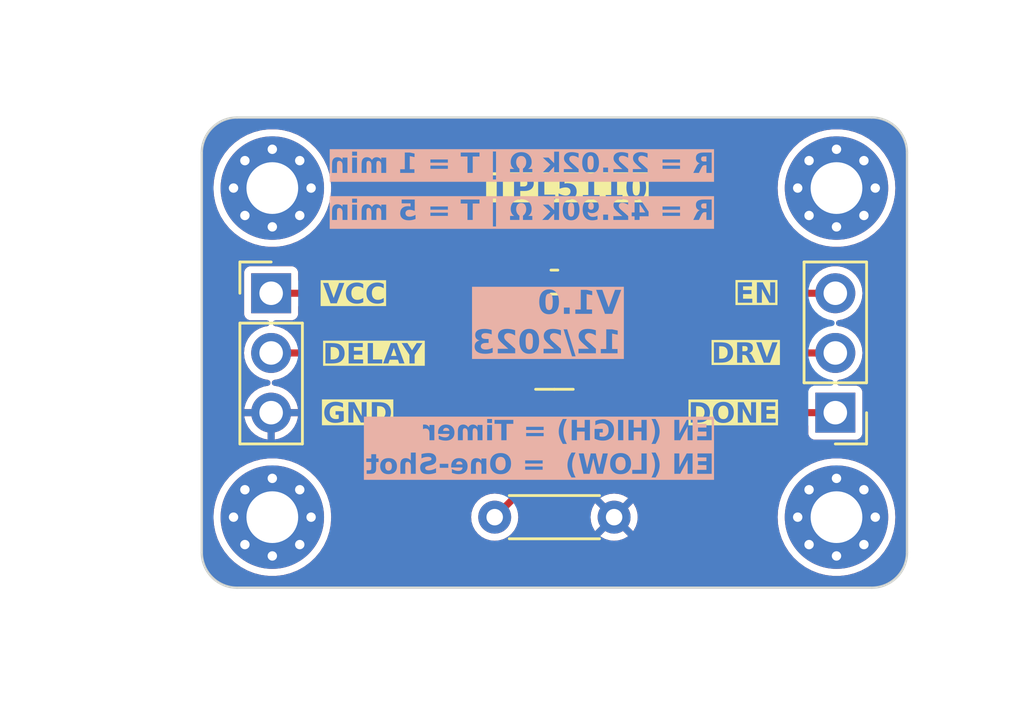
<source format=kicad_pcb>
(kicad_pcb (version 20221018) (generator pcbnew)
  (layers (0 "F.Cu" signal) (31 "B.Cu" signal) (34 "B.Paste" user) (35 "F.Paste" user) (36 "B.SilkS" user "B.Silkscreen") (37 "F.SilkS" user "F.Silkscreen") (38 "B.Mask" user) (39 "F.Mask" user) (44 "Edge.Cuts" user))
  (net 0 "")
  (net 1 "GND")
  (net 2 "VCC")
  (net 3 "/DELAY")
  (net 4 "/DONE")
  (net 5 "/DRV")
  (net 6 "/EN{slash}ONE_SHOT")
  (footprint "MountingHole:MountingHole_2.2mm_M2_Pad_Via" (layer "F.Cu") (at 157 103.000274)
    (fp_text reference "REF**" hide)
    (fp_text value "MountingHole_2.2mm_M2_Pad_Via" hide)
    (pad "1" thru_hole circle (at -1.65 0) (size 0.7 0.7) (drill 0.4) (layers "*.Cu" "*.Mask"))
    (pad "1" thru_hole circle (at -1.166726 -1.166726) (size 0.7 0.7) (drill 0.4) (layers "*.Cu" "*.Mask"))
    (pad "1" thru_hole circle (at -1.166726 1.166726) (size 0.7 0.7) (drill 0.4) (layers "*.Cu" "*.Mask"))
    (pad "1" thru_hole circle (at 0 -1.65) (size 0.7 0.7) (drill 0.4) (layers "*.Cu" "*.Mask"))
    (pad "1" thru_hole circle (at 0 0) (size 4.4 4.4) (drill 2.2) (layers "*.Cu" "*.Mask"))
    (pad "1" thru_hole circle (at 0 1.65) (size 0.7 0.7) (drill 0.4) (layers "*.Cu" "*.Mask"))
    (pad "1" thru_hole circle (at 1.166726 -1.166726) (size 0.7 0.7) (drill 0.4) (layers "*.Cu" "*.Mask"))
    (pad "1" thru_hole circle (at 1.166726 1.166726) (size 0.7 0.7) (drill 0.4) (layers "*.Cu" "*.Mask"))
    (pad "1" thru_hole circle (at 1.65 0) (size 0.7 0.7) (drill 0.4) (layers "*.Cu" "*.Mask"))
  )
  (footprint "Capacitor_SMD:C_0603_1608Metric_Pad1.08x0.95mm_HandSolder" (layer "F.Cu") (at 145 107 180)
    (fp_text reference "C1" hide)
    (fp_text value "0.1 uF" hide)
    (fp_line (start -0.146267 -0.51) (end 0.146267 -0.51) (stroke (width 0.12)) (layer "F.SilkS"))
    (fp_line (start -0.146267 0.51) (end 0.146267 0.51) (stroke (width 0.12)) (layer "F.SilkS"))
    (pad "1" smd roundrect (at -0.8625 0 180) (size 1.075 0.95) (layers "F.Cu" "F.Paste" "F.Mask") (net 1 "GND"))
    (pad "2" smd roundrect (at 0.8625 0 180) (size 1.075 0.95) (layers "F.Cu" "F.Paste" "F.Mask") (net 2 "VCC"))
  )
  (footprint "Package_TO_SOT_SMD:SOT-23-6" (layer "F.Cu") (at 145.0005 110)
    (fp_text reference "U1" hide)
    (fp_text value "TPL5110" hide)
    (fp_line (start 0 -1.56) (end -1.8 -1.56) (stroke (width 0.12)) (layer "F.SilkS"))
    (fp_line (start 0 -1.56) (end 0.8 -1.56) (stroke (width 0.12)) (layer "F.SilkS"))
    (fp_line (start 0 1.56) (end -0.8 1.56) (stroke (width 0.12)) (layer "F.SilkS"))
    (fp_line (start 0 1.56) (end 0.8 1.56) (stroke (width 0.12)) (layer "F.SilkS"))
    (pad "1" smd roundrect (at -1.1375 -0.95) (size 1.325 0.6) (layers "F.Cu" "F.Paste" "F.Mask") (net 2 "VCC"))
    (pad "2" smd roundrect (at -1.1375 0) (size 1.325 0.6) (layers "F.Cu" "F.Paste" "F.Mask") (net 1 "GND"))
    (pad "3" smd roundrect (at -1.1375 0.95) (size 1.325 0.6) (layers "F.Cu" "F.Paste" "F.Mask") (net 3 "/DELAY"))
    (pad "4" smd roundrect (at 1.1375 0.95) (size 1.325 0.6) (layers "F.Cu" "F.Paste" "F.Mask") (net 4 "/DONE"))
    (pad "5" smd roundrect (at 1.1375 0) (size 1.325 0.6) (layers "F.Cu" "F.Paste" "F.Mask") (net 5 "/DRV"))
    (pad "6" smd roundrect (at 1.1375 -0.95) (size 1.325 0.6) (layers "F.Cu" "F.Paste" "F.Mask") (net 6 "/EN{slash}ONE_SHOT"))
  )
  (footprint "MountingHole:MountingHole_2.2mm_M2_Pad_Via" (layer "F.Cu") (at 133 103.000274)
    (fp_text reference "REF**" hide)
    (fp_text value "MountingHole_2.2mm_M2_Pad_Via" hide)
    (pad "1" thru_hole circle (at -1.65 0) (size 0.7 0.7) (drill 0.4) (layers "*.Cu" "*.Mask"))
    (pad "1" thru_hole circle (at -1.166726 -1.166726) (size 0.7 0.7) (drill 0.4) (layers "*.Cu" "*.Mask"))
    (pad "1" thru_hole circle (at -1.166726 1.166726) (size 0.7 0.7) (drill 0.4) (layers "*.Cu" "*.Mask"))
    (pad "1" thru_hole circle (at 0 -1.65) (size 0.7 0.7) (drill 0.4) (layers "*.Cu" "*.Mask"))
    (pad "1" thru_hole circle (at 0 0) (size 4.4 4.4) (drill 2.2) (layers "*.Cu" "*.Mask"))
    (pad "1" thru_hole circle (at 0 1.65) (size 0.7 0.7) (drill 0.4) (layers "*.Cu" "*.Mask"))
    (pad "1" thru_hole circle (at 1.166726 -1.166726) (size 0.7 0.7) (drill 0.4) (layers "*.Cu" "*.Mask"))
    (pad "1" thru_hole circle (at 1.166726 1.166726) (size 0.7 0.7) (drill 0.4) (layers "*.Cu" "*.Mask"))
    (pad "1" thru_hole circle (at 1.65 0) (size 0.7 0.7) (drill 0.4) (layers "*.Cu" "*.Mask"))
  )
  (footprint "Connector_PinHeader_2.54mm:PinHeader_1x03_P2.54mm_Vertical" (layer "F.Cu") (at 156.95 112.555 180)
    (fp_text reference "J2" hide)
    (fp_text value "CONN_Right" hide)
    (fp_line (start -1.33 -1.33) (end 0 -1.33) (stroke (width 0.12)) (layer "F.SilkS"))
    (fp_line (start -1.33 0) (end -1.33 -1.33) (stroke (width 0.12)) (layer "F.SilkS"))
    (fp_line (start -1.33 1.27) (end -1.33 6.41) (stroke (width 0.12)) (layer "F.SilkS"))
    (fp_line (start -1.33 1.27) (end 1.33 1.27) (stroke (width 0.12)) (layer "F.SilkS"))
    (fp_line (start -1.33 6.41) (end 1.33 6.41) (stroke (width 0.12)) (layer "F.SilkS"))
    (fp_line (start 1.33 1.27) (end 1.33 6.41) (stroke (width 0.12)) (layer "F.SilkS"))
    (pad "1" thru_hole rect (at 0 0 180) (size 1.7 1.7) (drill 1) (layers "*.Cu" "*.Mask") (net 4 "/DONE"))
    (pad "2" thru_hole oval (at 0 2.54 180) (size 1.7 1.7) (drill 1) (layers "*.Cu" "*.Mask") (net 5 "/DRV"))
    (pad "3" thru_hole oval (at 0 5.08 180) (size 1.7 1.7) (drill 1) (layers "*.Cu" "*.Mask") (net 6 "/EN{slash}ONE_SHOT"))
  )
  (footprint "Resistor_THT:R_Axial_DIN0204_L3.6mm_D1.6mm_P5.08mm_Horizontal" (layer "F.Cu") (at 147.54 117 180)
    (fp_text reference "R1" hide)
    (fp_text value "R" hide)
    (fp_line (start 0.62 -0.92) (end 4.46 -0.92) (stroke (width 0.12)) (layer "F.SilkS"))
    (fp_line (start 0.62 0.92) (end 4.46 0.92) (stroke (width 0.12)) (layer "F.SilkS"))
    (pad "1" thru_hole circle (at 0 0 180) (size 1.4 1.4) (drill 0.7) (layers "*.Cu" "*.Mask") (net 1 "GND"))
    (pad "2" thru_hole oval (at 5.08 0 180) (size 1.4 1.4) (drill 0.7) (layers "*.Cu" "*.Mask") (net 3 "/DELAY"))
  )
  (footprint "MountingHole:MountingHole_2.2mm_M2_Pad_Via" (layer "F.Cu") (at 133 117)
    (fp_text reference "REF**" hide)
    (fp_text value "MountingHole_2.2mm_M2_Pad_Via" hide)
    (pad "1" thru_hole circle (at -1.65 0) (size 0.7 0.7) (drill 0.4) (layers "*.Cu" "*.Mask"))
    (pad "1" thru_hole circle (at -1.166726 -1.166726) (size 0.7 0.7) (drill 0.4) (layers "*.Cu" "*.Mask"))
    (pad "1" thru_hole circle (at -1.166726 1.166726) (size 0.7 0.7) (drill 0.4) (layers "*.Cu" "*.Mask"))
    (pad "1" thru_hole circle (at 0 -1.65) (size 0.7 0.7) (drill 0.4) (layers "*.Cu" "*.Mask"))
    (pad "1" thru_hole circle (at 0 0) (size 4.4 4.4) (drill 2.2) (layers "*.Cu" "*.Mask"))
    (pad "1" thru_hole circle (at 0 1.65) (size 0.7 0.7) (drill 0.4) (layers "*.Cu" "*.Mask"))
    (pad "1" thru_hole circle (at 1.166726 -1.166726) (size 0.7 0.7) (drill 0.4) (layers "*.Cu" "*.Mask"))
    (pad "1" thru_hole circle (at 1.166726 1.166726) (size 0.7 0.7) (drill 0.4) (layers "*.Cu" "*.Mask"))
    (pad "1" thru_hole circle (at 1.65 0) (size 0.7 0.7) (drill 0.4) (layers "*.Cu" "*.Mask"))
  )
  (footprint "Connector_PinHeader_2.54mm:PinHeader_1x03_P2.54mm_Vertical" (layer "F.Cu") (at 132.95 107.475)
    (fp_text reference "J1" hide)
    (fp_text value "CONN_Left" hide)
    (fp_line (start -1.33 -1.33) (end 0 -1.33) (stroke (width 0.12)) (layer "F.SilkS"))
    (fp_line (start -1.33 0) (end -1.33 -1.33) (stroke (width 0.12)) (layer "F.SilkS"))
    (fp_line (start -1.33 1.27) (end -1.33 6.41) (stroke (width 0.12)) (layer "F.SilkS"))
    (fp_line (start -1.33 1.27) (end 1.33 1.27) (stroke (width 0.12)) (layer "F.SilkS"))
    (fp_line (start -1.33 6.41) (end 1.33 6.41) (stroke (width 0.12)) (layer "F.SilkS"))
    (fp_line (start 1.33 1.27) (end 1.33 6.41) (stroke (width 0.12)) (layer "F.SilkS"))
    (pad "1" thru_hole rect (at 0 0) (size 1.7 1.7) (drill 1) (layers "*.Cu" "*.Mask") (net 2 "VCC"))
    (pad "2" thru_hole oval (at 0 2.54) (size 1.7 1.7) (drill 1) (layers "*.Cu" "*.Mask") (net 3 "/DELAY"))
    (pad "3" thru_hole oval (at 0 5.08) (size 1.7 1.7) (drill 1) (layers "*.Cu" "*.Mask") (net 1 "GND"))
  )
  (footprint "MountingHole:MountingHole_2.2mm_M2_Pad_Via" (layer "F.Cu") (at 157 117)
    (fp_text reference "REF**" hide)
    (fp_text value "MountingHole_2.2mm_M2_Pad_Via" hide)
    (pad "1" thru_hole circle (at -1.65 0) (size 0.7 0.7) (drill 0.4) (layers "*.Cu" "*.Mask"))
    (pad "1" thru_hole circle (at -1.166726 -1.166726) (size 0.7 0.7) (drill 0.4) (layers "*.Cu" "*.Mask"))
    (pad "1" thru_hole circle (at -1.166726 1.166726) (size 0.7 0.7) (drill 0.4) (layers "*.Cu" "*.Mask"))
    (pad "1" thru_hole circle (at 0 -1.65) (size 0.7 0.7) (drill 0.4) (layers "*.Cu" "*.Mask"))
    (pad "1" thru_hole circle (at 0 0) (size 4.4 4.4) (drill 2.2) (layers "*.Cu" "*.Mask"))
    (pad "1" thru_hole circle (at 0 1.65) (size 0.7 0.7) (drill 0.4) (layers "*.Cu" "*.Mask"))
    (pad "1" thru_hole circle (at 1.166726 -1.166726) (size 0.7 0.7) (drill 0.4) (layers "*.Cu" "*.Mask"))
    (pad "1" thru_hole circle (at 1.166726 1.166726) (size 0.7 0.7) (drill 0.4) (layers "*.Cu" "*.Mask"))
    (pad "1" thru_hole circle (at 1.65 0) (size 0.7 0.7) (drill 0.4) (layers "*.Cu" "*.Mask"))
  )
  (gr_line (start 131.5 120) (end 158.5 120) (stroke (width 0.1)) (layer "Edge.Cuts"))
  (gr_line (start 158.5 100) (end 131.5 100) (stroke (width 0.1)) (layer "Edge.Cuts"))
  (gr_arc (start 131.5 120) (mid 130.43934 119.56066) (end 130 118.5) (stroke (width 0.1)) (layer "Edge.Cuts"))
  (gr_line (start 160 118.5) (end 160 101.5) (stroke (width 0.1)) (layer "Edge.Cuts"))
  (gr_arc (start 160 118.5) (mid 159.56066 119.56066) (end 158.5 120) (stroke (width 0.1)) (layer "Edge.Cuts"))
  (gr_arc (start 158.5 100) (mid 159.56066 100.43934) (end 160 101.5) (stroke (width 0.1)) (layer "Edge.Cuts"))
  (gr_arc (start 130 101.5) (mid 130.43934 100.43934) (end 131.5 100) (stroke (width 0.1)) (layer "Edge.Cuts"))
  (gr_line (start 130 101.5) (end 130 118.5) (stroke (width 0.1)) (layer "Edge.Cuts"))
  (gr_text "R = 42.90k Ω | T = 5 min " (at 151.8 104.5) (layer "B.SilkS" knockout) (effects (font (size 0.85 0.85) (thickness 0.2) bold) (justify left bottom mirror)))
  (gr_text "EN (HIGH) = Timer\nEN (LOW)  = One-Shot" (at 151.8 115.3) (layer "B.SilkS" knockout) (effects (font (size 0.85 0.85) (thickness 0.2) bold) (justify left bottom mirror)))
  (gr_text "V1.0\n12/2023" (at 147.85 110.2) (layer "B.SilkS" knockout) (effects (font (size 1 1) (thickness 0.2) bold) (justify left bottom mirror)))
  (gr_text "R = 22.02k Ω | T = 1 min" (at 151.8 102.5) (layer "B.SilkS" knockout) (effects (font (size 0.85 0.85) (thickness 0.2) bold) (justify left bottom mirror)))
  (gr_text "DRV" (at 154.5 110.075) (layer "F.SilkS" knockout) (effects (font (size 0.85 0.85) (thickness 0.2) bold italic) (justify right)))
  (gr_text "TPL5110" (at 142.2 103.65) (layer "F.SilkS" knockout) (effects (font (size 1 1) (thickness 0.2) bold) (justify left bottom)))
  (gr_text "VCC" (at 135.15 107.550115) (layer "F.SilkS" knockout) (effects (font (size 0.85 0.85) (thickness 0.2) bold italic) (justify left)))
  (gr_text "GND" (at 135.15 112.621939) (layer "F.SilkS" knockout) (effects (font (size 0.85 0.85) (thickness 0.2) bold italic) (justify left)))
  (gr_text "EN" (at 154.5 107.525) (layer "F.SilkS" knockout) (effects (font (size 0.85 0.85) (thickness 0.2) bold italic) (justify right)))
  (gr_text "DELAY" (at 135.15 110.107926) (layer "F.SilkS" knockout) (effects (font (size 0.85 0.85) (thickness 0.2) bold italic) (justify left)))
  (gr_text "DONE" (at 154.5 112.625) (layer "F.SilkS" knockout) (effects (font (size 0.85 0.85) (thickness 0.2) bold italic) (justify right)))
  (segment (start 137.25 109.05) (end 143.863 109.05) (width 0.3) (layer "F.Cu") (net 2))
  (segment (start 132.95 107.475) (end 135.675 107.475) (width 0.3) (layer "F.Cu") (net 2))
  (segment (start 143.863 109.05) (end 143.863 107.2745) (width 0.3) (layer "F.Cu") (net 2))
  (segment (start 143.863 107.2745) (end 144.1375 107) (width 0.3) (layer "F.Cu") (net 2))
  (segment (start 135.675 107.475) (end 137.25 109.05) (width 0.3) (layer "F.Cu") (net 2))
  (segment (start 132.95 110.015) (end 136.215 110.015) (width 0.3) (layer "F.Cu") (net 3))
  (segment (start 142.46 117) (end 144 115.46) (width 0.3) (layer "F.Cu") (net 3))
  (segment (start 136.215 110.015) (end 137.15 110.95) (width 0.3) (layer "F.Cu") (net 3))
  (segment (start 144 115.46) (end 144 111.087) (width 0.3) (layer "F.Cu") (net 3))
  (segment (start 137.15 110.95) (end 143.863 110.95) (width 0.3) (layer "F.Cu") (net 3))
  (segment (start 153.555 112.555) (end 156.95 112.555) (width 0.3) (layer "F.Cu") (net 4))
  (segment (start 146.138 110.95) (end 146.188 110.9) (width 0.3) (layer "F.Cu") (net 4))
  (segment (start 146.188 110.9) (end 151.9 110.9) (width 0.3) (layer "F.Cu") (net 4))
  (segment (start 151.9 110.9) (end 153.555 112.555) (width 0.3) (layer "F.Cu") (net 4))
  (segment (start 146.153 110.015) (end 146.138 110) (width 0.3) (layer "F.Cu") (net 5))
  (segment (start 156.95 110.015) (end 146.153 110.015) (width 0.3) (layer "F.Cu") (net 5))
  (segment (start 156.95 107.475) (end 152.925 107.475) (width 0.3) (layer "F.Cu") (net 6))
  (segment (start 151.35 109.05) (end 146.138 109.05) (width 0.3) (layer "F.Cu") (net 6))
  (segment (start 152.925 107.475) (end 151.35 109.05) (width 0.3) (layer "F.Cu") (net 6))
  (zone (net 1) (net_name "GND") (layers "F&B.Cu") (connect_pads (clearance 0.3)) (min_thickness 0.254) (fill yes (thermal_gap 0.3) (thermal_bridge_width 0.3))
    (polygon (pts (xy 125 95) (xy 165 95) (xy 165 125) (xy 125 125)))
  )
)
</source>
